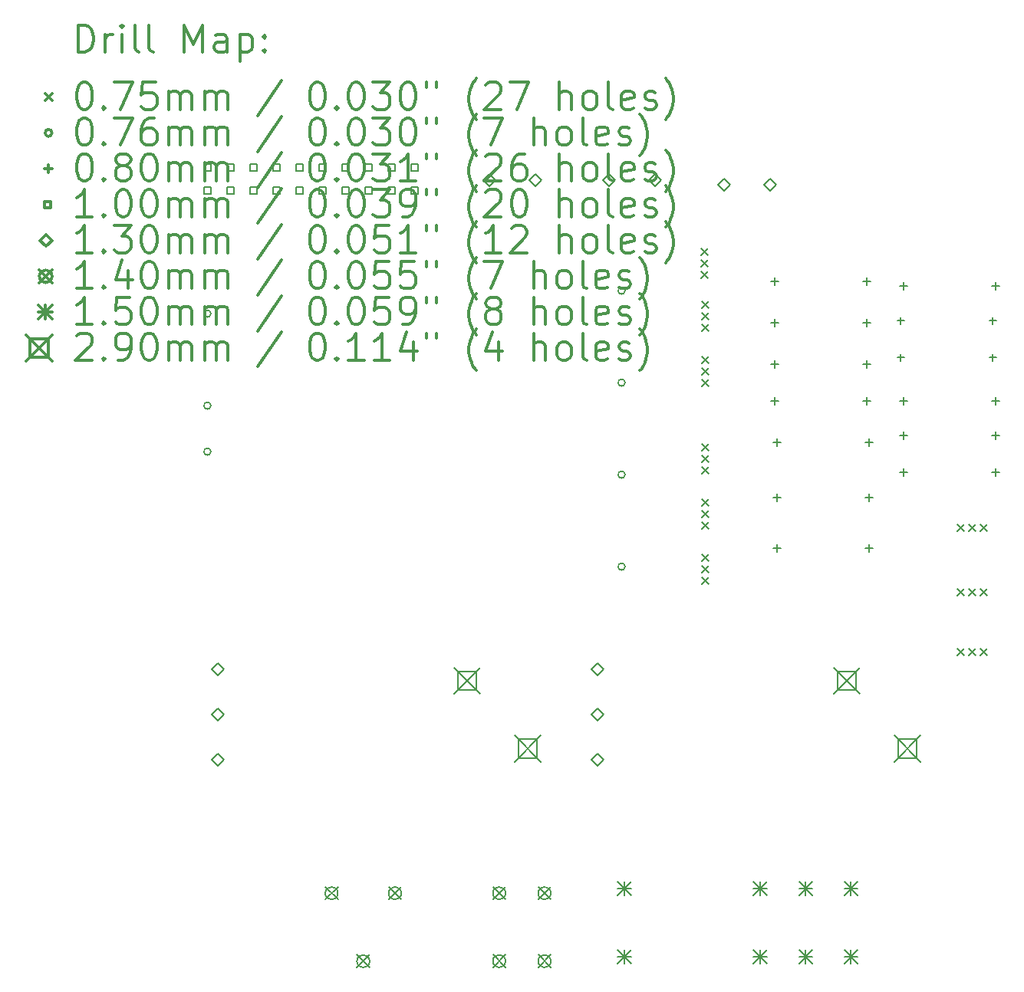
<source format=gbr>
%FSLAX45Y45*%
G04 Gerber Fmt 4.5, Leading zero omitted, Abs format (unit mm)*
G04 Created by KiCad (PCBNEW (5.1.6)-1) date 2021-11-09 13:55:55*
%MOMM*%
%LPD*%
G01*
G04 APERTURE LIST*
%ADD10C,0.200000*%
%ADD11C,0.300000*%
G04 APERTURE END LIST*
D10*
X10122500Y-5677500D02*
X10197500Y-5752500D01*
X10197500Y-5677500D02*
X10122500Y-5752500D01*
X7176100Y-3213700D02*
X7251100Y-3288700D01*
X7251100Y-3213700D02*
X7176100Y-3288700D01*
X7176100Y-3340700D02*
X7251100Y-3415700D01*
X7251100Y-3340700D02*
X7176100Y-3415700D01*
X7176100Y-3467700D02*
X7251100Y-3542700D01*
X7251100Y-3467700D02*
X7176100Y-3542700D01*
X7176100Y-3823300D02*
X7251100Y-3898300D01*
X7251100Y-3823300D02*
X7176100Y-3898300D01*
X7176100Y-3950300D02*
X7251100Y-4025300D01*
X7251100Y-3950300D02*
X7176100Y-4025300D01*
X7176100Y-4077300D02*
X7251100Y-4152300D01*
X7251100Y-4077300D02*
X7176100Y-4152300D01*
X9995500Y-7049100D02*
X10070500Y-7124100D01*
X10070500Y-7049100D02*
X9995500Y-7124100D01*
X10122500Y-7049100D02*
X10197500Y-7124100D01*
X10197500Y-7049100D02*
X10122500Y-7124100D01*
X10249500Y-7049100D02*
X10324500Y-7124100D01*
X10324500Y-7049100D02*
X10249500Y-7124100D01*
X7176100Y-4788500D02*
X7251100Y-4863500D01*
X7251100Y-4788500D02*
X7176100Y-4863500D01*
X7176100Y-4915500D02*
X7251100Y-4990500D01*
X7251100Y-4915500D02*
X7176100Y-4990500D01*
X7176100Y-5042500D02*
X7251100Y-5117500D01*
X7251100Y-5042500D02*
X7176100Y-5117500D01*
X7176100Y-6007700D02*
X7251100Y-6082700D01*
X7251100Y-6007700D02*
X7176100Y-6082700D01*
X7176100Y-6134700D02*
X7251100Y-6209700D01*
X7251100Y-6134700D02*
X7176100Y-6209700D01*
X7176100Y-6261700D02*
X7251100Y-6336700D01*
X7251100Y-6261700D02*
X7176100Y-6336700D01*
X7163400Y-2629500D02*
X7238400Y-2704500D01*
X7238400Y-2629500D02*
X7163400Y-2704500D01*
X7163400Y-2756500D02*
X7238400Y-2831500D01*
X7238400Y-2756500D02*
X7163400Y-2831500D01*
X7163400Y-2883500D02*
X7238400Y-2958500D01*
X7238400Y-2883500D02*
X7163400Y-2958500D01*
X9995500Y-5677500D02*
X10070500Y-5752500D01*
X10070500Y-5677500D02*
X9995500Y-5752500D01*
X10249500Y-5677500D02*
X10324500Y-5752500D01*
X10324500Y-5677500D02*
X10249500Y-5752500D01*
X9995500Y-6388700D02*
X10070500Y-6463700D01*
X10070500Y-6388700D02*
X9995500Y-6463700D01*
X10122500Y-6388700D02*
X10197500Y-6463700D01*
X10197500Y-6388700D02*
X10122500Y-6463700D01*
X10249500Y-6388700D02*
X10324500Y-6463700D01*
X10324500Y-6388700D02*
X10249500Y-6463700D01*
X7176100Y-5398100D02*
X7251100Y-5473100D01*
X7251100Y-5398100D02*
X7176100Y-5473100D01*
X7176100Y-5525100D02*
X7251100Y-5600100D01*
X7251100Y-5525100D02*
X7176100Y-5600100D01*
X7176100Y-5652100D02*
X7251100Y-5727100D01*
X7251100Y-5652100D02*
X7176100Y-5727100D01*
X1752600Y-3352800D02*
G75*
G03*
X1752600Y-3352800I-38100J0D01*
G01*
X1752600Y-4368800D02*
G75*
G03*
X1752600Y-4368800I-38100J0D01*
G01*
X1752600Y-4876800D02*
G75*
G03*
X1752600Y-4876800I-38100J0D01*
G01*
X6324600Y-3098800D02*
G75*
G03*
X6324600Y-3098800I-38100J0D01*
G01*
X6324600Y-4114800D02*
G75*
G03*
X6324600Y-4114800I-38100J0D01*
G01*
X6324600Y-5130800D02*
G75*
G03*
X6324600Y-5130800I-38100J0D01*
G01*
X6324600Y-6146800D02*
G75*
G03*
X6324600Y-6146800I-38100J0D01*
G01*
X8001000Y-4735200D02*
X8001000Y-4815200D01*
X7961000Y-4775200D02*
X8041000Y-4775200D01*
X9017000Y-4735200D02*
X9017000Y-4815200D01*
X8977000Y-4775200D02*
X9057000Y-4775200D01*
X9368600Y-3391600D02*
X9368600Y-3471600D01*
X9328600Y-3431600D02*
X9408600Y-3431600D01*
X10384600Y-3391600D02*
X10384600Y-3471600D01*
X10344600Y-3431600D02*
X10424600Y-3431600D01*
X7975600Y-3871600D02*
X7975600Y-3951600D01*
X7935600Y-3911600D02*
X8015600Y-3911600D01*
X8991600Y-3871600D02*
X8991600Y-3951600D01*
X8951600Y-3911600D02*
X9031600Y-3911600D01*
X9398000Y-3008000D02*
X9398000Y-3088000D01*
X9358000Y-3048000D02*
X9438000Y-3048000D01*
X10414000Y-3008000D02*
X10414000Y-3088000D01*
X10374000Y-3048000D02*
X10454000Y-3048000D01*
X7975600Y-4278000D02*
X7975600Y-4358000D01*
X7935600Y-4318000D02*
X8015600Y-4318000D01*
X8991600Y-4278000D02*
X8991600Y-4358000D01*
X8951600Y-4318000D02*
X9031600Y-4318000D01*
X9368600Y-3796600D02*
X9368600Y-3876600D01*
X9328600Y-3836600D02*
X9408600Y-3836600D01*
X10384600Y-3796600D02*
X10384600Y-3876600D01*
X10344600Y-3836600D02*
X10424600Y-3836600D01*
X9397800Y-5062200D02*
X9397800Y-5142200D01*
X9357800Y-5102200D02*
X9437800Y-5102200D01*
X10413800Y-5062200D02*
X10413800Y-5142200D01*
X10373800Y-5102200D02*
X10453800Y-5102200D01*
X9398000Y-4278000D02*
X9398000Y-4358000D01*
X9358000Y-4318000D02*
X9438000Y-4318000D01*
X10414000Y-4278000D02*
X10414000Y-4358000D01*
X10374000Y-4318000D02*
X10454000Y-4318000D01*
X8001000Y-5903600D02*
X8001000Y-5983600D01*
X7961000Y-5943600D02*
X8041000Y-5943600D01*
X9017000Y-5903600D02*
X9017000Y-5983600D01*
X8977000Y-5943600D02*
X9057000Y-5943600D01*
X7975600Y-2957200D02*
X7975600Y-3037200D01*
X7935600Y-2997200D02*
X8015600Y-2997200D01*
X8991600Y-2957200D02*
X8991600Y-3037200D01*
X8951600Y-2997200D02*
X9031600Y-2997200D01*
X9397800Y-4657200D02*
X9397800Y-4737200D01*
X9357800Y-4697200D02*
X9437800Y-4697200D01*
X10413800Y-4657200D02*
X10413800Y-4737200D01*
X10373800Y-4697200D02*
X10453800Y-4697200D01*
X7975600Y-3414400D02*
X7975600Y-3494400D01*
X7935600Y-3454400D02*
X8015600Y-3454400D01*
X8991600Y-3414400D02*
X8991600Y-3494400D01*
X8951600Y-3454400D02*
X9031600Y-3454400D01*
X8001000Y-5344800D02*
X8001000Y-5424800D01*
X7961000Y-5384800D02*
X8041000Y-5384800D01*
X9017000Y-5344800D02*
X9017000Y-5424800D01*
X8977000Y-5384800D02*
X9057000Y-5384800D01*
X1749856Y-1775256D02*
X1749856Y-1704544D01*
X1679144Y-1704544D01*
X1679144Y-1775256D01*
X1749856Y-1775256D01*
X1749856Y-2029256D02*
X1749856Y-1958544D01*
X1679144Y-1958544D01*
X1679144Y-2029256D01*
X1749856Y-2029256D01*
X2003856Y-1775256D02*
X2003856Y-1704544D01*
X1933144Y-1704544D01*
X1933144Y-1775256D01*
X2003856Y-1775256D01*
X2003856Y-2029256D02*
X2003856Y-1958544D01*
X1933144Y-1958544D01*
X1933144Y-2029256D01*
X2003856Y-2029256D01*
X2257856Y-1775256D02*
X2257856Y-1704544D01*
X2187144Y-1704544D01*
X2187144Y-1775256D01*
X2257856Y-1775256D01*
X2257856Y-2029256D02*
X2257856Y-1958544D01*
X2187144Y-1958544D01*
X2187144Y-2029256D01*
X2257856Y-2029256D01*
X2511856Y-1775256D02*
X2511856Y-1704544D01*
X2441144Y-1704544D01*
X2441144Y-1775256D01*
X2511856Y-1775256D01*
X2511856Y-2029256D02*
X2511856Y-1958544D01*
X2441144Y-1958544D01*
X2441144Y-2029256D01*
X2511856Y-2029256D01*
X2765856Y-1775256D02*
X2765856Y-1704544D01*
X2695144Y-1704544D01*
X2695144Y-1775256D01*
X2765856Y-1775256D01*
X2765856Y-2029256D02*
X2765856Y-1958544D01*
X2695144Y-1958544D01*
X2695144Y-2029256D01*
X2765856Y-2029256D01*
X3019856Y-1775256D02*
X3019856Y-1704544D01*
X2949144Y-1704544D01*
X2949144Y-1775256D01*
X3019856Y-1775256D01*
X3019856Y-2029256D02*
X3019856Y-1958544D01*
X2949144Y-1958544D01*
X2949144Y-2029256D01*
X3019856Y-2029256D01*
X3273856Y-1775256D02*
X3273856Y-1704544D01*
X3203144Y-1704544D01*
X3203144Y-1775256D01*
X3273856Y-1775256D01*
X3273856Y-2029256D02*
X3273856Y-1958544D01*
X3203144Y-1958544D01*
X3203144Y-2029256D01*
X3273856Y-2029256D01*
X3527856Y-1775256D02*
X3527856Y-1704544D01*
X3457144Y-1704544D01*
X3457144Y-1775256D01*
X3527856Y-1775256D01*
X3527856Y-2029256D02*
X3527856Y-1958544D01*
X3457144Y-1958544D01*
X3457144Y-2029256D01*
X3527856Y-2029256D01*
X3781856Y-1775256D02*
X3781856Y-1704544D01*
X3711144Y-1704544D01*
X3711144Y-1775256D01*
X3781856Y-1775256D01*
X3781856Y-2029256D02*
X3781856Y-1958544D01*
X3711144Y-1958544D01*
X3711144Y-2029256D01*
X3781856Y-2029256D01*
X4035856Y-1775256D02*
X4035856Y-1704544D01*
X3965144Y-1704544D01*
X3965144Y-1775256D01*
X4035856Y-1775256D01*
X4035856Y-2029256D02*
X4035856Y-1958544D01*
X3965144Y-1958544D01*
X3965144Y-2029256D01*
X4035856Y-2029256D01*
X7416800Y-1995400D02*
X7481800Y-1930400D01*
X7416800Y-1865400D01*
X7351800Y-1930400D01*
X7416800Y-1995400D01*
X7924800Y-1995400D02*
X7989800Y-1930400D01*
X7924800Y-1865400D01*
X7859800Y-1930400D01*
X7924800Y-1995400D01*
X4826000Y-1944600D02*
X4891000Y-1879600D01*
X4826000Y-1814600D01*
X4761000Y-1879600D01*
X4826000Y-1944600D01*
X5334000Y-1944600D02*
X5399000Y-1879600D01*
X5334000Y-1814600D01*
X5269000Y-1879600D01*
X5334000Y-1944600D01*
X6019800Y-7345400D02*
X6084800Y-7280400D01*
X6019800Y-7215400D01*
X5954800Y-7280400D01*
X6019800Y-7345400D01*
X6019800Y-7845400D02*
X6084800Y-7780400D01*
X6019800Y-7715400D01*
X5954800Y-7780400D01*
X6019800Y-7845400D01*
X6019800Y-8345400D02*
X6084800Y-8280400D01*
X6019800Y-8215400D01*
X5954800Y-8280400D01*
X6019800Y-8345400D01*
X6146800Y-1944600D02*
X6211800Y-1879600D01*
X6146800Y-1814600D01*
X6081800Y-1879600D01*
X6146800Y-1944600D01*
X6654800Y-1944600D02*
X6719800Y-1879600D01*
X6654800Y-1814600D01*
X6589800Y-1879600D01*
X6654800Y-1944600D01*
X1828800Y-7345400D02*
X1893800Y-7280400D01*
X1828800Y-7215400D01*
X1763800Y-7280400D01*
X1828800Y-7345400D01*
X1828800Y-7845400D02*
X1893800Y-7780400D01*
X1828800Y-7715400D01*
X1763800Y-7780400D01*
X1828800Y-7845400D01*
X1828800Y-8345400D02*
X1893800Y-8280400D01*
X1828800Y-8215400D01*
X1763800Y-8280400D01*
X1828800Y-8345400D01*
X3015600Y-9683600D02*
X3155600Y-9823600D01*
X3155600Y-9683600D02*
X3015600Y-9823600D01*
X3155600Y-9753600D02*
G75*
G03*
X3155600Y-9753600I-70000J0D01*
G01*
X3365600Y-10433600D02*
X3505600Y-10573600D01*
X3505600Y-10433600D02*
X3365600Y-10573600D01*
X3505600Y-10503600D02*
G75*
G03*
X3505600Y-10503600I-70000J0D01*
G01*
X3715600Y-9683600D02*
X3855600Y-9823600D01*
X3855600Y-9683600D02*
X3715600Y-9823600D01*
X3855600Y-9753600D02*
G75*
G03*
X3855600Y-9753600I-70000J0D01*
G01*
X4865600Y-9683600D02*
X5005600Y-9823600D01*
X5005600Y-9683600D02*
X4865600Y-9823600D01*
X5005600Y-9753600D02*
G75*
G03*
X5005600Y-9753600I-70000J0D01*
G01*
X4865600Y-10433600D02*
X5005600Y-10573600D01*
X5005600Y-10433600D02*
X4865600Y-10573600D01*
X5005600Y-10503600D02*
G75*
G03*
X5005600Y-10503600I-70000J0D01*
G01*
X5365600Y-9683600D02*
X5505600Y-9823600D01*
X5505600Y-9683600D02*
X5365600Y-9823600D01*
X5505600Y-9753600D02*
G75*
G03*
X5505600Y-9753600I-70000J0D01*
G01*
X5365600Y-10433600D02*
X5505600Y-10573600D01*
X5505600Y-10433600D02*
X5365600Y-10573600D01*
X5505600Y-10503600D02*
G75*
G03*
X5505600Y-10503600I-70000J0D01*
G01*
X6244200Y-9629200D02*
X6394200Y-9779200D01*
X6394200Y-9629200D02*
X6244200Y-9779200D01*
X6319200Y-9629200D02*
X6319200Y-9779200D01*
X6244200Y-9704200D02*
X6394200Y-9704200D01*
X6244200Y-10379200D02*
X6394200Y-10529200D01*
X6394200Y-10379200D02*
X6244200Y-10529200D01*
X6319200Y-10379200D02*
X6319200Y-10529200D01*
X6244200Y-10454200D02*
X6394200Y-10454200D01*
X7744200Y-9629200D02*
X7894200Y-9779200D01*
X7894200Y-9629200D02*
X7744200Y-9779200D01*
X7819200Y-9629200D02*
X7819200Y-9779200D01*
X7744200Y-9704200D02*
X7894200Y-9704200D01*
X7744200Y-10379200D02*
X7894200Y-10529200D01*
X7894200Y-10379200D02*
X7744200Y-10529200D01*
X7819200Y-10379200D02*
X7819200Y-10529200D01*
X7744200Y-10454200D02*
X7894200Y-10454200D01*
X8244200Y-9629200D02*
X8394200Y-9779200D01*
X8394200Y-9629200D02*
X8244200Y-9779200D01*
X8319200Y-9629200D02*
X8319200Y-9779200D01*
X8244200Y-9704200D02*
X8394200Y-9704200D01*
X8244200Y-10379200D02*
X8394200Y-10529200D01*
X8394200Y-10379200D02*
X8244200Y-10529200D01*
X8319200Y-10379200D02*
X8319200Y-10529200D01*
X8244200Y-10454200D02*
X8394200Y-10454200D01*
X8744200Y-9629200D02*
X8894200Y-9779200D01*
X8894200Y-9629200D02*
X8744200Y-9779200D01*
X8819200Y-9629200D02*
X8819200Y-9779200D01*
X8744200Y-9704200D02*
X8894200Y-9704200D01*
X8744200Y-10379200D02*
X8894200Y-10529200D01*
X8894200Y-10379200D02*
X8744200Y-10529200D01*
X8819200Y-10379200D02*
X8819200Y-10529200D01*
X8744200Y-10454200D02*
X8894200Y-10454200D01*
X8624800Y-7260400D02*
X8914800Y-7550400D01*
X8914800Y-7260400D02*
X8624800Y-7550400D01*
X8872332Y-7507931D02*
X8872332Y-7302868D01*
X8667269Y-7302868D01*
X8667269Y-7507931D01*
X8872332Y-7507931D01*
X9299800Y-8010400D02*
X9589800Y-8300400D01*
X9589800Y-8010400D02*
X9299800Y-8300400D01*
X9547332Y-8257931D02*
X9547332Y-8052868D01*
X9342269Y-8052868D01*
X9342269Y-8257931D01*
X9547332Y-8257931D01*
X4433800Y-7260400D02*
X4723800Y-7550400D01*
X4723800Y-7260400D02*
X4433800Y-7550400D01*
X4681332Y-7507931D02*
X4681332Y-7302868D01*
X4476269Y-7302868D01*
X4476269Y-7507931D01*
X4681332Y-7507931D01*
X5108800Y-8010400D02*
X5398800Y-8300400D01*
X5398800Y-8010400D02*
X5108800Y-8300400D01*
X5356332Y-8257931D02*
X5356332Y-8052868D01*
X5151269Y-8052868D01*
X5151269Y-8257931D01*
X5356332Y-8257931D01*
D11*
X286429Y-465714D02*
X286429Y-165714D01*
X357857Y-165714D01*
X400714Y-180000D01*
X429286Y-208571D01*
X443571Y-237143D01*
X457857Y-294286D01*
X457857Y-337143D01*
X443571Y-394286D01*
X429286Y-422857D01*
X400714Y-451428D01*
X357857Y-465714D01*
X286429Y-465714D01*
X586429Y-465714D02*
X586429Y-265714D01*
X586429Y-322857D02*
X600714Y-294286D01*
X615000Y-280000D01*
X643571Y-265714D01*
X672143Y-265714D01*
X772143Y-465714D02*
X772143Y-265714D01*
X772143Y-165714D02*
X757857Y-180000D01*
X772143Y-194286D01*
X786428Y-180000D01*
X772143Y-165714D01*
X772143Y-194286D01*
X957857Y-465714D02*
X929286Y-451428D01*
X915000Y-422857D01*
X915000Y-165714D01*
X1115000Y-465714D02*
X1086429Y-451428D01*
X1072143Y-422857D01*
X1072143Y-165714D01*
X1457857Y-465714D02*
X1457857Y-165714D01*
X1557857Y-380000D01*
X1657857Y-165714D01*
X1657857Y-465714D01*
X1929286Y-465714D02*
X1929286Y-308571D01*
X1915000Y-280000D01*
X1886428Y-265714D01*
X1829286Y-265714D01*
X1800714Y-280000D01*
X1929286Y-451428D02*
X1900714Y-465714D01*
X1829286Y-465714D01*
X1800714Y-451428D01*
X1786428Y-422857D01*
X1786428Y-394286D01*
X1800714Y-365714D01*
X1829286Y-351428D01*
X1900714Y-351428D01*
X1929286Y-337143D01*
X2072143Y-265714D02*
X2072143Y-565714D01*
X2072143Y-280000D02*
X2100714Y-265714D01*
X2157857Y-265714D01*
X2186429Y-280000D01*
X2200714Y-294286D01*
X2215000Y-322857D01*
X2215000Y-408571D01*
X2200714Y-437143D01*
X2186429Y-451428D01*
X2157857Y-465714D01*
X2100714Y-465714D01*
X2072143Y-451428D01*
X2343571Y-437143D02*
X2357857Y-451428D01*
X2343571Y-465714D01*
X2329286Y-451428D01*
X2343571Y-437143D01*
X2343571Y-465714D01*
X2343571Y-280000D02*
X2357857Y-294286D01*
X2343571Y-308571D01*
X2329286Y-294286D01*
X2343571Y-280000D01*
X2343571Y-308571D01*
X-75000Y-922500D02*
X0Y-997500D01*
X0Y-922500D02*
X-75000Y-997500D01*
X343571Y-795714D02*
X372143Y-795714D01*
X400714Y-810000D01*
X415000Y-824286D01*
X429286Y-852857D01*
X443571Y-910000D01*
X443571Y-981428D01*
X429286Y-1038571D01*
X415000Y-1067143D01*
X400714Y-1081429D01*
X372143Y-1095714D01*
X343571Y-1095714D01*
X315000Y-1081429D01*
X300714Y-1067143D01*
X286429Y-1038571D01*
X272143Y-981428D01*
X272143Y-910000D01*
X286429Y-852857D01*
X300714Y-824286D01*
X315000Y-810000D01*
X343571Y-795714D01*
X572143Y-1067143D02*
X586429Y-1081429D01*
X572143Y-1095714D01*
X557857Y-1081429D01*
X572143Y-1067143D01*
X572143Y-1095714D01*
X686429Y-795714D02*
X886428Y-795714D01*
X757857Y-1095714D01*
X1143571Y-795714D02*
X1000714Y-795714D01*
X986428Y-938571D01*
X1000714Y-924286D01*
X1029286Y-910000D01*
X1100714Y-910000D01*
X1129286Y-924286D01*
X1143571Y-938571D01*
X1157857Y-967143D01*
X1157857Y-1038571D01*
X1143571Y-1067143D01*
X1129286Y-1081429D01*
X1100714Y-1095714D01*
X1029286Y-1095714D01*
X1000714Y-1081429D01*
X986428Y-1067143D01*
X1286429Y-1095714D02*
X1286429Y-895714D01*
X1286429Y-924286D02*
X1300714Y-910000D01*
X1329286Y-895714D01*
X1372143Y-895714D01*
X1400714Y-910000D01*
X1415000Y-938571D01*
X1415000Y-1095714D01*
X1415000Y-938571D02*
X1429286Y-910000D01*
X1457857Y-895714D01*
X1500714Y-895714D01*
X1529286Y-910000D01*
X1543571Y-938571D01*
X1543571Y-1095714D01*
X1686428Y-1095714D02*
X1686428Y-895714D01*
X1686428Y-924286D02*
X1700714Y-910000D01*
X1729286Y-895714D01*
X1772143Y-895714D01*
X1800714Y-910000D01*
X1815000Y-938571D01*
X1815000Y-1095714D01*
X1815000Y-938571D02*
X1829286Y-910000D01*
X1857857Y-895714D01*
X1900714Y-895714D01*
X1929286Y-910000D01*
X1943571Y-938571D01*
X1943571Y-1095714D01*
X2529286Y-781428D02*
X2272143Y-1167143D01*
X2915000Y-795714D02*
X2943571Y-795714D01*
X2972143Y-810000D01*
X2986428Y-824286D01*
X3000714Y-852857D01*
X3015000Y-910000D01*
X3015000Y-981428D01*
X3000714Y-1038571D01*
X2986428Y-1067143D01*
X2972143Y-1081429D01*
X2943571Y-1095714D01*
X2915000Y-1095714D01*
X2886428Y-1081429D01*
X2872143Y-1067143D01*
X2857857Y-1038571D01*
X2843571Y-981428D01*
X2843571Y-910000D01*
X2857857Y-852857D01*
X2872143Y-824286D01*
X2886428Y-810000D01*
X2915000Y-795714D01*
X3143571Y-1067143D02*
X3157857Y-1081429D01*
X3143571Y-1095714D01*
X3129286Y-1081429D01*
X3143571Y-1067143D01*
X3143571Y-1095714D01*
X3343571Y-795714D02*
X3372143Y-795714D01*
X3400714Y-810000D01*
X3415000Y-824286D01*
X3429286Y-852857D01*
X3443571Y-910000D01*
X3443571Y-981428D01*
X3429286Y-1038571D01*
X3415000Y-1067143D01*
X3400714Y-1081429D01*
X3372143Y-1095714D01*
X3343571Y-1095714D01*
X3315000Y-1081429D01*
X3300714Y-1067143D01*
X3286428Y-1038571D01*
X3272143Y-981428D01*
X3272143Y-910000D01*
X3286428Y-852857D01*
X3300714Y-824286D01*
X3315000Y-810000D01*
X3343571Y-795714D01*
X3543571Y-795714D02*
X3729286Y-795714D01*
X3629286Y-910000D01*
X3672143Y-910000D01*
X3700714Y-924286D01*
X3715000Y-938571D01*
X3729286Y-967143D01*
X3729286Y-1038571D01*
X3715000Y-1067143D01*
X3700714Y-1081429D01*
X3672143Y-1095714D01*
X3586428Y-1095714D01*
X3557857Y-1081429D01*
X3543571Y-1067143D01*
X3915000Y-795714D02*
X3943571Y-795714D01*
X3972143Y-810000D01*
X3986428Y-824286D01*
X4000714Y-852857D01*
X4015000Y-910000D01*
X4015000Y-981428D01*
X4000714Y-1038571D01*
X3986428Y-1067143D01*
X3972143Y-1081429D01*
X3943571Y-1095714D01*
X3915000Y-1095714D01*
X3886428Y-1081429D01*
X3872143Y-1067143D01*
X3857857Y-1038571D01*
X3843571Y-981428D01*
X3843571Y-910000D01*
X3857857Y-852857D01*
X3872143Y-824286D01*
X3886428Y-810000D01*
X3915000Y-795714D01*
X4129286Y-795714D02*
X4129286Y-852857D01*
X4243571Y-795714D02*
X4243571Y-852857D01*
X4686429Y-1210000D02*
X4672143Y-1195714D01*
X4643571Y-1152857D01*
X4629286Y-1124286D01*
X4615000Y-1081429D01*
X4600714Y-1010000D01*
X4600714Y-952857D01*
X4615000Y-881428D01*
X4629286Y-838571D01*
X4643571Y-810000D01*
X4672143Y-767143D01*
X4686429Y-752857D01*
X4786429Y-824286D02*
X4800714Y-810000D01*
X4829286Y-795714D01*
X4900714Y-795714D01*
X4929286Y-810000D01*
X4943571Y-824286D01*
X4957857Y-852857D01*
X4957857Y-881428D01*
X4943571Y-924286D01*
X4772143Y-1095714D01*
X4957857Y-1095714D01*
X5057857Y-795714D02*
X5257857Y-795714D01*
X5129286Y-1095714D01*
X5600714Y-1095714D02*
X5600714Y-795714D01*
X5729286Y-1095714D02*
X5729286Y-938571D01*
X5715000Y-910000D01*
X5686428Y-895714D01*
X5643571Y-895714D01*
X5615000Y-910000D01*
X5600714Y-924286D01*
X5915000Y-1095714D02*
X5886428Y-1081429D01*
X5872143Y-1067143D01*
X5857857Y-1038571D01*
X5857857Y-952857D01*
X5872143Y-924286D01*
X5886428Y-910000D01*
X5915000Y-895714D01*
X5957857Y-895714D01*
X5986428Y-910000D01*
X6000714Y-924286D01*
X6015000Y-952857D01*
X6015000Y-1038571D01*
X6000714Y-1067143D01*
X5986428Y-1081429D01*
X5957857Y-1095714D01*
X5915000Y-1095714D01*
X6186428Y-1095714D02*
X6157857Y-1081429D01*
X6143571Y-1052857D01*
X6143571Y-795714D01*
X6415000Y-1081429D02*
X6386428Y-1095714D01*
X6329286Y-1095714D01*
X6300714Y-1081429D01*
X6286428Y-1052857D01*
X6286428Y-938571D01*
X6300714Y-910000D01*
X6329286Y-895714D01*
X6386428Y-895714D01*
X6415000Y-910000D01*
X6429286Y-938571D01*
X6429286Y-967143D01*
X6286428Y-995714D01*
X6543571Y-1081429D02*
X6572143Y-1095714D01*
X6629286Y-1095714D01*
X6657857Y-1081429D01*
X6672143Y-1052857D01*
X6672143Y-1038571D01*
X6657857Y-1010000D01*
X6629286Y-995714D01*
X6586428Y-995714D01*
X6557857Y-981428D01*
X6543571Y-952857D01*
X6543571Y-938571D01*
X6557857Y-910000D01*
X6586428Y-895714D01*
X6629286Y-895714D01*
X6657857Y-910000D01*
X6772143Y-1210000D02*
X6786428Y-1195714D01*
X6815000Y-1152857D01*
X6829286Y-1124286D01*
X6843571Y-1081429D01*
X6857857Y-1010000D01*
X6857857Y-952857D01*
X6843571Y-881428D01*
X6829286Y-838571D01*
X6815000Y-810000D01*
X6786428Y-767143D01*
X6772143Y-752857D01*
X0Y-1356000D02*
G75*
G03*
X0Y-1356000I-38100J0D01*
G01*
X343571Y-1191714D02*
X372143Y-1191714D01*
X400714Y-1206000D01*
X415000Y-1220286D01*
X429286Y-1248857D01*
X443571Y-1306000D01*
X443571Y-1377429D01*
X429286Y-1434571D01*
X415000Y-1463143D01*
X400714Y-1477428D01*
X372143Y-1491714D01*
X343571Y-1491714D01*
X315000Y-1477428D01*
X300714Y-1463143D01*
X286429Y-1434571D01*
X272143Y-1377429D01*
X272143Y-1306000D01*
X286429Y-1248857D01*
X300714Y-1220286D01*
X315000Y-1206000D01*
X343571Y-1191714D01*
X572143Y-1463143D02*
X586429Y-1477428D01*
X572143Y-1491714D01*
X557857Y-1477428D01*
X572143Y-1463143D01*
X572143Y-1491714D01*
X686429Y-1191714D02*
X886428Y-1191714D01*
X757857Y-1491714D01*
X1129286Y-1191714D02*
X1072143Y-1191714D01*
X1043571Y-1206000D01*
X1029286Y-1220286D01*
X1000714Y-1263143D01*
X986428Y-1320286D01*
X986428Y-1434571D01*
X1000714Y-1463143D01*
X1015000Y-1477428D01*
X1043571Y-1491714D01*
X1100714Y-1491714D01*
X1129286Y-1477428D01*
X1143571Y-1463143D01*
X1157857Y-1434571D01*
X1157857Y-1363143D01*
X1143571Y-1334571D01*
X1129286Y-1320286D01*
X1100714Y-1306000D01*
X1043571Y-1306000D01*
X1015000Y-1320286D01*
X1000714Y-1334571D01*
X986428Y-1363143D01*
X1286429Y-1491714D02*
X1286429Y-1291714D01*
X1286429Y-1320286D02*
X1300714Y-1306000D01*
X1329286Y-1291714D01*
X1372143Y-1291714D01*
X1400714Y-1306000D01*
X1415000Y-1334571D01*
X1415000Y-1491714D01*
X1415000Y-1334571D02*
X1429286Y-1306000D01*
X1457857Y-1291714D01*
X1500714Y-1291714D01*
X1529286Y-1306000D01*
X1543571Y-1334571D01*
X1543571Y-1491714D01*
X1686428Y-1491714D02*
X1686428Y-1291714D01*
X1686428Y-1320286D02*
X1700714Y-1306000D01*
X1729286Y-1291714D01*
X1772143Y-1291714D01*
X1800714Y-1306000D01*
X1815000Y-1334571D01*
X1815000Y-1491714D01*
X1815000Y-1334571D02*
X1829286Y-1306000D01*
X1857857Y-1291714D01*
X1900714Y-1291714D01*
X1929286Y-1306000D01*
X1943571Y-1334571D01*
X1943571Y-1491714D01*
X2529286Y-1177429D02*
X2272143Y-1563143D01*
X2915000Y-1191714D02*
X2943571Y-1191714D01*
X2972143Y-1206000D01*
X2986428Y-1220286D01*
X3000714Y-1248857D01*
X3015000Y-1306000D01*
X3015000Y-1377429D01*
X3000714Y-1434571D01*
X2986428Y-1463143D01*
X2972143Y-1477428D01*
X2943571Y-1491714D01*
X2915000Y-1491714D01*
X2886428Y-1477428D01*
X2872143Y-1463143D01*
X2857857Y-1434571D01*
X2843571Y-1377429D01*
X2843571Y-1306000D01*
X2857857Y-1248857D01*
X2872143Y-1220286D01*
X2886428Y-1206000D01*
X2915000Y-1191714D01*
X3143571Y-1463143D02*
X3157857Y-1477428D01*
X3143571Y-1491714D01*
X3129286Y-1477428D01*
X3143571Y-1463143D01*
X3143571Y-1491714D01*
X3343571Y-1191714D02*
X3372143Y-1191714D01*
X3400714Y-1206000D01*
X3415000Y-1220286D01*
X3429286Y-1248857D01*
X3443571Y-1306000D01*
X3443571Y-1377429D01*
X3429286Y-1434571D01*
X3415000Y-1463143D01*
X3400714Y-1477428D01*
X3372143Y-1491714D01*
X3343571Y-1491714D01*
X3315000Y-1477428D01*
X3300714Y-1463143D01*
X3286428Y-1434571D01*
X3272143Y-1377429D01*
X3272143Y-1306000D01*
X3286428Y-1248857D01*
X3300714Y-1220286D01*
X3315000Y-1206000D01*
X3343571Y-1191714D01*
X3543571Y-1191714D02*
X3729286Y-1191714D01*
X3629286Y-1306000D01*
X3672143Y-1306000D01*
X3700714Y-1320286D01*
X3715000Y-1334571D01*
X3729286Y-1363143D01*
X3729286Y-1434571D01*
X3715000Y-1463143D01*
X3700714Y-1477428D01*
X3672143Y-1491714D01*
X3586428Y-1491714D01*
X3557857Y-1477428D01*
X3543571Y-1463143D01*
X3915000Y-1191714D02*
X3943571Y-1191714D01*
X3972143Y-1206000D01*
X3986428Y-1220286D01*
X4000714Y-1248857D01*
X4015000Y-1306000D01*
X4015000Y-1377429D01*
X4000714Y-1434571D01*
X3986428Y-1463143D01*
X3972143Y-1477428D01*
X3943571Y-1491714D01*
X3915000Y-1491714D01*
X3886428Y-1477428D01*
X3872143Y-1463143D01*
X3857857Y-1434571D01*
X3843571Y-1377429D01*
X3843571Y-1306000D01*
X3857857Y-1248857D01*
X3872143Y-1220286D01*
X3886428Y-1206000D01*
X3915000Y-1191714D01*
X4129286Y-1191714D02*
X4129286Y-1248857D01*
X4243571Y-1191714D02*
X4243571Y-1248857D01*
X4686429Y-1606000D02*
X4672143Y-1591714D01*
X4643571Y-1548857D01*
X4629286Y-1520286D01*
X4615000Y-1477428D01*
X4600714Y-1406000D01*
X4600714Y-1348857D01*
X4615000Y-1277429D01*
X4629286Y-1234571D01*
X4643571Y-1206000D01*
X4672143Y-1163143D01*
X4686429Y-1148857D01*
X4772143Y-1191714D02*
X4972143Y-1191714D01*
X4843571Y-1491714D01*
X5315000Y-1491714D02*
X5315000Y-1191714D01*
X5443571Y-1491714D02*
X5443571Y-1334571D01*
X5429286Y-1306000D01*
X5400714Y-1291714D01*
X5357857Y-1291714D01*
X5329286Y-1306000D01*
X5315000Y-1320286D01*
X5629286Y-1491714D02*
X5600714Y-1477428D01*
X5586429Y-1463143D01*
X5572143Y-1434571D01*
X5572143Y-1348857D01*
X5586429Y-1320286D01*
X5600714Y-1306000D01*
X5629286Y-1291714D01*
X5672143Y-1291714D01*
X5700714Y-1306000D01*
X5715000Y-1320286D01*
X5729286Y-1348857D01*
X5729286Y-1434571D01*
X5715000Y-1463143D01*
X5700714Y-1477428D01*
X5672143Y-1491714D01*
X5629286Y-1491714D01*
X5900714Y-1491714D02*
X5872143Y-1477428D01*
X5857857Y-1448857D01*
X5857857Y-1191714D01*
X6129286Y-1477428D02*
X6100714Y-1491714D01*
X6043571Y-1491714D01*
X6015000Y-1477428D01*
X6000714Y-1448857D01*
X6000714Y-1334571D01*
X6015000Y-1306000D01*
X6043571Y-1291714D01*
X6100714Y-1291714D01*
X6129286Y-1306000D01*
X6143571Y-1334571D01*
X6143571Y-1363143D01*
X6000714Y-1391714D01*
X6257857Y-1477428D02*
X6286428Y-1491714D01*
X6343571Y-1491714D01*
X6372143Y-1477428D01*
X6386428Y-1448857D01*
X6386428Y-1434571D01*
X6372143Y-1406000D01*
X6343571Y-1391714D01*
X6300714Y-1391714D01*
X6272143Y-1377429D01*
X6257857Y-1348857D01*
X6257857Y-1334571D01*
X6272143Y-1306000D01*
X6300714Y-1291714D01*
X6343571Y-1291714D01*
X6372143Y-1306000D01*
X6486428Y-1606000D02*
X6500714Y-1591714D01*
X6529286Y-1548857D01*
X6543571Y-1520286D01*
X6557857Y-1477428D01*
X6572143Y-1406000D01*
X6572143Y-1348857D01*
X6557857Y-1277429D01*
X6543571Y-1234571D01*
X6529286Y-1206000D01*
X6500714Y-1163143D01*
X6486428Y-1148857D01*
X-40000Y-1712000D02*
X-40000Y-1792000D01*
X-80000Y-1752000D02*
X0Y-1752000D01*
X343571Y-1587714D02*
X372143Y-1587714D01*
X400714Y-1602000D01*
X415000Y-1616286D01*
X429286Y-1644857D01*
X443571Y-1702000D01*
X443571Y-1773428D01*
X429286Y-1830571D01*
X415000Y-1859143D01*
X400714Y-1873428D01*
X372143Y-1887714D01*
X343571Y-1887714D01*
X315000Y-1873428D01*
X300714Y-1859143D01*
X286429Y-1830571D01*
X272143Y-1773428D01*
X272143Y-1702000D01*
X286429Y-1644857D01*
X300714Y-1616286D01*
X315000Y-1602000D01*
X343571Y-1587714D01*
X572143Y-1859143D02*
X586429Y-1873428D01*
X572143Y-1887714D01*
X557857Y-1873428D01*
X572143Y-1859143D01*
X572143Y-1887714D01*
X757857Y-1716286D02*
X729286Y-1702000D01*
X715000Y-1687714D01*
X700714Y-1659143D01*
X700714Y-1644857D01*
X715000Y-1616286D01*
X729286Y-1602000D01*
X757857Y-1587714D01*
X815000Y-1587714D01*
X843571Y-1602000D01*
X857857Y-1616286D01*
X872143Y-1644857D01*
X872143Y-1659143D01*
X857857Y-1687714D01*
X843571Y-1702000D01*
X815000Y-1716286D01*
X757857Y-1716286D01*
X729286Y-1730571D01*
X715000Y-1744857D01*
X700714Y-1773428D01*
X700714Y-1830571D01*
X715000Y-1859143D01*
X729286Y-1873428D01*
X757857Y-1887714D01*
X815000Y-1887714D01*
X843571Y-1873428D01*
X857857Y-1859143D01*
X872143Y-1830571D01*
X872143Y-1773428D01*
X857857Y-1744857D01*
X843571Y-1730571D01*
X815000Y-1716286D01*
X1057857Y-1587714D02*
X1086429Y-1587714D01*
X1115000Y-1602000D01*
X1129286Y-1616286D01*
X1143571Y-1644857D01*
X1157857Y-1702000D01*
X1157857Y-1773428D01*
X1143571Y-1830571D01*
X1129286Y-1859143D01*
X1115000Y-1873428D01*
X1086429Y-1887714D01*
X1057857Y-1887714D01*
X1029286Y-1873428D01*
X1015000Y-1859143D01*
X1000714Y-1830571D01*
X986428Y-1773428D01*
X986428Y-1702000D01*
X1000714Y-1644857D01*
X1015000Y-1616286D01*
X1029286Y-1602000D01*
X1057857Y-1587714D01*
X1286429Y-1887714D02*
X1286429Y-1687714D01*
X1286429Y-1716286D02*
X1300714Y-1702000D01*
X1329286Y-1687714D01*
X1372143Y-1687714D01*
X1400714Y-1702000D01*
X1415000Y-1730571D01*
X1415000Y-1887714D01*
X1415000Y-1730571D02*
X1429286Y-1702000D01*
X1457857Y-1687714D01*
X1500714Y-1687714D01*
X1529286Y-1702000D01*
X1543571Y-1730571D01*
X1543571Y-1887714D01*
X1686428Y-1887714D02*
X1686428Y-1687714D01*
X1686428Y-1716286D02*
X1700714Y-1702000D01*
X1729286Y-1687714D01*
X1772143Y-1687714D01*
X1800714Y-1702000D01*
X1815000Y-1730571D01*
X1815000Y-1887714D01*
X1815000Y-1730571D02*
X1829286Y-1702000D01*
X1857857Y-1687714D01*
X1900714Y-1687714D01*
X1929286Y-1702000D01*
X1943571Y-1730571D01*
X1943571Y-1887714D01*
X2529286Y-1573428D02*
X2272143Y-1959143D01*
X2915000Y-1587714D02*
X2943571Y-1587714D01*
X2972143Y-1602000D01*
X2986428Y-1616286D01*
X3000714Y-1644857D01*
X3015000Y-1702000D01*
X3015000Y-1773428D01*
X3000714Y-1830571D01*
X2986428Y-1859143D01*
X2972143Y-1873428D01*
X2943571Y-1887714D01*
X2915000Y-1887714D01*
X2886428Y-1873428D01*
X2872143Y-1859143D01*
X2857857Y-1830571D01*
X2843571Y-1773428D01*
X2843571Y-1702000D01*
X2857857Y-1644857D01*
X2872143Y-1616286D01*
X2886428Y-1602000D01*
X2915000Y-1587714D01*
X3143571Y-1859143D02*
X3157857Y-1873428D01*
X3143571Y-1887714D01*
X3129286Y-1873428D01*
X3143571Y-1859143D01*
X3143571Y-1887714D01*
X3343571Y-1587714D02*
X3372143Y-1587714D01*
X3400714Y-1602000D01*
X3415000Y-1616286D01*
X3429286Y-1644857D01*
X3443571Y-1702000D01*
X3443571Y-1773428D01*
X3429286Y-1830571D01*
X3415000Y-1859143D01*
X3400714Y-1873428D01*
X3372143Y-1887714D01*
X3343571Y-1887714D01*
X3315000Y-1873428D01*
X3300714Y-1859143D01*
X3286428Y-1830571D01*
X3272143Y-1773428D01*
X3272143Y-1702000D01*
X3286428Y-1644857D01*
X3300714Y-1616286D01*
X3315000Y-1602000D01*
X3343571Y-1587714D01*
X3543571Y-1587714D02*
X3729286Y-1587714D01*
X3629286Y-1702000D01*
X3672143Y-1702000D01*
X3700714Y-1716286D01*
X3715000Y-1730571D01*
X3729286Y-1759143D01*
X3729286Y-1830571D01*
X3715000Y-1859143D01*
X3700714Y-1873428D01*
X3672143Y-1887714D01*
X3586428Y-1887714D01*
X3557857Y-1873428D01*
X3543571Y-1859143D01*
X4015000Y-1887714D02*
X3843571Y-1887714D01*
X3929286Y-1887714D02*
X3929286Y-1587714D01*
X3900714Y-1630571D01*
X3872143Y-1659143D01*
X3843571Y-1673428D01*
X4129286Y-1587714D02*
X4129286Y-1644857D01*
X4243571Y-1587714D02*
X4243571Y-1644857D01*
X4686429Y-2002000D02*
X4672143Y-1987714D01*
X4643571Y-1944857D01*
X4629286Y-1916286D01*
X4615000Y-1873428D01*
X4600714Y-1802000D01*
X4600714Y-1744857D01*
X4615000Y-1673428D01*
X4629286Y-1630571D01*
X4643571Y-1602000D01*
X4672143Y-1559143D01*
X4686429Y-1544857D01*
X4786429Y-1616286D02*
X4800714Y-1602000D01*
X4829286Y-1587714D01*
X4900714Y-1587714D01*
X4929286Y-1602000D01*
X4943571Y-1616286D01*
X4957857Y-1644857D01*
X4957857Y-1673428D01*
X4943571Y-1716286D01*
X4772143Y-1887714D01*
X4957857Y-1887714D01*
X5215000Y-1587714D02*
X5157857Y-1587714D01*
X5129286Y-1602000D01*
X5115000Y-1616286D01*
X5086429Y-1659143D01*
X5072143Y-1716286D01*
X5072143Y-1830571D01*
X5086429Y-1859143D01*
X5100714Y-1873428D01*
X5129286Y-1887714D01*
X5186429Y-1887714D01*
X5215000Y-1873428D01*
X5229286Y-1859143D01*
X5243571Y-1830571D01*
X5243571Y-1759143D01*
X5229286Y-1730571D01*
X5215000Y-1716286D01*
X5186429Y-1702000D01*
X5129286Y-1702000D01*
X5100714Y-1716286D01*
X5086429Y-1730571D01*
X5072143Y-1759143D01*
X5600714Y-1887714D02*
X5600714Y-1587714D01*
X5729286Y-1887714D02*
X5729286Y-1730571D01*
X5715000Y-1702000D01*
X5686428Y-1687714D01*
X5643571Y-1687714D01*
X5615000Y-1702000D01*
X5600714Y-1716286D01*
X5915000Y-1887714D02*
X5886428Y-1873428D01*
X5872143Y-1859143D01*
X5857857Y-1830571D01*
X5857857Y-1744857D01*
X5872143Y-1716286D01*
X5886428Y-1702000D01*
X5915000Y-1687714D01*
X5957857Y-1687714D01*
X5986428Y-1702000D01*
X6000714Y-1716286D01*
X6015000Y-1744857D01*
X6015000Y-1830571D01*
X6000714Y-1859143D01*
X5986428Y-1873428D01*
X5957857Y-1887714D01*
X5915000Y-1887714D01*
X6186428Y-1887714D02*
X6157857Y-1873428D01*
X6143571Y-1844857D01*
X6143571Y-1587714D01*
X6415000Y-1873428D02*
X6386428Y-1887714D01*
X6329286Y-1887714D01*
X6300714Y-1873428D01*
X6286428Y-1844857D01*
X6286428Y-1730571D01*
X6300714Y-1702000D01*
X6329286Y-1687714D01*
X6386428Y-1687714D01*
X6415000Y-1702000D01*
X6429286Y-1730571D01*
X6429286Y-1759143D01*
X6286428Y-1787714D01*
X6543571Y-1873428D02*
X6572143Y-1887714D01*
X6629286Y-1887714D01*
X6657857Y-1873428D01*
X6672143Y-1844857D01*
X6672143Y-1830571D01*
X6657857Y-1802000D01*
X6629286Y-1787714D01*
X6586428Y-1787714D01*
X6557857Y-1773428D01*
X6543571Y-1744857D01*
X6543571Y-1730571D01*
X6557857Y-1702000D01*
X6586428Y-1687714D01*
X6629286Y-1687714D01*
X6657857Y-1702000D01*
X6772143Y-2002000D02*
X6786428Y-1987714D01*
X6815000Y-1944857D01*
X6829286Y-1916286D01*
X6843571Y-1873428D01*
X6857857Y-1802000D01*
X6857857Y-1744857D01*
X6843571Y-1673428D01*
X6829286Y-1630571D01*
X6815000Y-1602000D01*
X6786428Y-1559143D01*
X6772143Y-1544857D01*
X-14644Y-2183356D02*
X-14644Y-2112644D01*
X-85356Y-2112644D01*
X-85356Y-2183356D01*
X-14644Y-2183356D01*
X443571Y-2283714D02*
X272143Y-2283714D01*
X357857Y-2283714D02*
X357857Y-1983714D01*
X329286Y-2026571D01*
X300714Y-2055143D01*
X272143Y-2069428D01*
X572143Y-2255143D02*
X586429Y-2269429D01*
X572143Y-2283714D01*
X557857Y-2269429D01*
X572143Y-2255143D01*
X572143Y-2283714D01*
X772143Y-1983714D02*
X800714Y-1983714D01*
X829286Y-1998000D01*
X843571Y-2012286D01*
X857857Y-2040857D01*
X872143Y-2098000D01*
X872143Y-2169429D01*
X857857Y-2226571D01*
X843571Y-2255143D01*
X829286Y-2269429D01*
X800714Y-2283714D01*
X772143Y-2283714D01*
X743571Y-2269429D01*
X729286Y-2255143D01*
X715000Y-2226571D01*
X700714Y-2169429D01*
X700714Y-2098000D01*
X715000Y-2040857D01*
X729286Y-2012286D01*
X743571Y-1998000D01*
X772143Y-1983714D01*
X1057857Y-1983714D02*
X1086429Y-1983714D01*
X1115000Y-1998000D01*
X1129286Y-2012286D01*
X1143571Y-2040857D01*
X1157857Y-2098000D01*
X1157857Y-2169429D01*
X1143571Y-2226571D01*
X1129286Y-2255143D01*
X1115000Y-2269429D01*
X1086429Y-2283714D01*
X1057857Y-2283714D01*
X1029286Y-2269429D01*
X1015000Y-2255143D01*
X1000714Y-2226571D01*
X986428Y-2169429D01*
X986428Y-2098000D01*
X1000714Y-2040857D01*
X1015000Y-2012286D01*
X1029286Y-1998000D01*
X1057857Y-1983714D01*
X1286429Y-2283714D02*
X1286429Y-2083714D01*
X1286429Y-2112286D02*
X1300714Y-2098000D01*
X1329286Y-2083714D01*
X1372143Y-2083714D01*
X1400714Y-2098000D01*
X1415000Y-2126571D01*
X1415000Y-2283714D01*
X1415000Y-2126571D02*
X1429286Y-2098000D01*
X1457857Y-2083714D01*
X1500714Y-2083714D01*
X1529286Y-2098000D01*
X1543571Y-2126571D01*
X1543571Y-2283714D01*
X1686428Y-2283714D02*
X1686428Y-2083714D01*
X1686428Y-2112286D02*
X1700714Y-2098000D01*
X1729286Y-2083714D01*
X1772143Y-2083714D01*
X1800714Y-2098000D01*
X1815000Y-2126571D01*
X1815000Y-2283714D01*
X1815000Y-2126571D02*
X1829286Y-2098000D01*
X1857857Y-2083714D01*
X1900714Y-2083714D01*
X1929286Y-2098000D01*
X1943571Y-2126571D01*
X1943571Y-2283714D01*
X2529286Y-1969428D02*
X2272143Y-2355143D01*
X2915000Y-1983714D02*
X2943571Y-1983714D01*
X2972143Y-1998000D01*
X2986428Y-2012286D01*
X3000714Y-2040857D01*
X3015000Y-2098000D01*
X3015000Y-2169429D01*
X3000714Y-2226571D01*
X2986428Y-2255143D01*
X2972143Y-2269429D01*
X2943571Y-2283714D01*
X2915000Y-2283714D01*
X2886428Y-2269429D01*
X2872143Y-2255143D01*
X2857857Y-2226571D01*
X2843571Y-2169429D01*
X2843571Y-2098000D01*
X2857857Y-2040857D01*
X2872143Y-2012286D01*
X2886428Y-1998000D01*
X2915000Y-1983714D01*
X3143571Y-2255143D02*
X3157857Y-2269429D01*
X3143571Y-2283714D01*
X3129286Y-2269429D01*
X3143571Y-2255143D01*
X3143571Y-2283714D01*
X3343571Y-1983714D02*
X3372143Y-1983714D01*
X3400714Y-1998000D01*
X3415000Y-2012286D01*
X3429286Y-2040857D01*
X3443571Y-2098000D01*
X3443571Y-2169429D01*
X3429286Y-2226571D01*
X3415000Y-2255143D01*
X3400714Y-2269429D01*
X3372143Y-2283714D01*
X3343571Y-2283714D01*
X3315000Y-2269429D01*
X3300714Y-2255143D01*
X3286428Y-2226571D01*
X3272143Y-2169429D01*
X3272143Y-2098000D01*
X3286428Y-2040857D01*
X3300714Y-2012286D01*
X3315000Y-1998000D01*
X3343571Y-1983714D01*
X3543571Y-1983714D02*
X3729286Y-1983714D01*
X3629286Y-2098000D01*
X3672143Y-2098000D01*
X3700714Y-2112286D01*
X3715000Y-2126571D01*
X3729286Y-2155143D01*
X3729286Y-2226571D01*
X3715000Y-2255143D01*
X3700714Y-2269429D01*
X3672143Y-2283714D01*
X3586428Y-2283714D01*
X3557857Y-2269429D01*
X3543571Y-2255143D01*
X3872143Y-2283714D02*
X3929286Y-2283714D01*
X3957857Y-2269429D01*
X3972143Y-2255143D01*
X4000714Y-2212286D01*
X4015000Y-2155143D01*
X4015000Y-2040857D01*
X4000714Y-2012286D01*
X3986428Y-1998000D01*
X3957857Y-1983714D01*
X3900714Y-1983714D01*
X3872143Y-1998000D01*
X3857857Y-2012286D01*
X3843571Y-2040857D01*
X3843571Y-2112286D01*
X3857857Y-2140857D01*
X3872143Y-2155143D01*
X3900714Y-2169429D01*
X3957857Y-2169429D01*
X3986428Y-2155143D01*
X4000714Y-2140857D01*
X4015000Y-2112286D01*
X4129286Y-1983714D02*
X4129286Y-2040857D01*
X4243571Y-1983714D02*
X4243571Y-2040857D01*
X4686429Y-2398000D02*
X4672143Y-2383714D01*
X4643571Y-2340857D01*
X4629286Y-2312286D01*
X4615000Y-2269429D01*
X4600714Y-2198000D01*
X4600714Y-2140857D01*
X4615000Y-2069428D01*
X4629286Y-2026571D01*
X4643571Y-1998000D01*
X4672143Y-1955143D01*
X4686429Y-1940857D01*
X4786429Y-2012286D02*
X4800714Y-1998000D01*
X4829286Y-1983714D01*
X4900714Y-1983714D01*
X4929286Y-1998000D01*
X4943571Y-2012286D01*
X4957857Y-2040857D01*
X4957857Y-2069428D01*
X4943571Y-2112286D01*
X4772143Y-2283714D01*
X4957857Y-2283714D01*
X5143571Y-1983714D02*
X5172143Y-1983714D01*
X5200714Y-1998000D01*
X5215000Y-2012286D01*
X5229286Y-2040857D01*
X5243571Y-2098000D01*
X5243571Y-2169429D01*
X5229286Y-2226571D01*
X5215000Y-2255143D01*
X5200714Y-2269429D01*
X5172143Y-2283714D01*
X5143571Y-2283714D01*
X5115000Y-2269429D01*
X5100714Y-2255143D01*
X5086429Y-2226571D01*
X5072143Y-2169429D01*
X5072143Y-2098000D01*
X5086429Y-2040857D01*
X5100714Y-2012286D01*
X5115000Y-1998000D01*
X5143571Y-1983714D01*
X5600714Y-2283714D02*
X5600714Y-1983714D01*
X5729286Y-2283714D02*
X5729286Y-2126571D01*
X5715000Y-2098000D01*
X5686428Y-2083714D01*
X5643571Y-2083714D01*
X5615000Y-2098000D01*
X5600714Y-2112286D01*
X5915000Y-2283714D02*
X5886428Y-2269429D01*
X5872143Y-2255143D01*
X5857857Y-2226571D01*
X5857857Y-2140857D01*
X5872143Y-2112286D01*
X5886428Y-2098000D01*
X5915000Y-2083714D01*
X5957857Y-2083714D01*
X5986428Y-2098000D01*
X6000714Y-2112286D01*
X6015000Y-2140857D01*
X6015000Y-2226571D01*
X6000714Y-2255143D01*
X5986428Y-2269429D01*
X5957857Y-2283714D01*
X5915000Y-2283714D01*
X6186428Y-2283714D02*
X6157857Y-2269429D01*
X6143571Y-2240857D01*
X6143571Y-1983714D01*
X6415000Y-2269429D02*
X6386428Y-2283714D01*
X6329286Y-2283714D01*
X6300714Y-2269429D01*
X6286428Y-2240857D01*
X6286428Y-2126571D01*
X6300714Y-2098000D01*
X6329286Y-2083714D01*
X6386428Y-2083714D01*
X6415000Y-2098000D01*
X6429286Y-2126571D01*
X6429286Y-2155143D01*
X6286428Y-2183714D01*
X6543571Y-2269429D02*
X6572143Y-2283714D01*
X6629286Y-2283714D01*
X6657857Y-2269429D01*
X6672143Y-2240857D01*
X6672143Y-2226571D01*
X6657857Y-2198000D01*
X6629286Y-2183714D01*
X6586428Y-2183714D01*
X6557857Y-2169429D01*
X6543571Y-2140857D01*
X6543571Y-2126571D01*
X6557857Y-2098000D01*
X6586428Y-2083714D01*
X6629286Y-2083714D01*
X6657857Y-2098000D01*
X6772143Y-2398000D02*
X6786428Y-2383714D01*
X6815000Y-2340857D01*
X6829286Y-2312286D01*
X6843571Y-2269429D01*
X6857857Y-2198000D01*
X6857857Y-2140857D01*
X6843571Y-2069428D01*
X6829286Y-2026571D01*
X6815000Y-1998000D01*
X6786428Y-1955143D01*
X6772143Y-1940857D01*
X-65000Y-2609000D02*
X0Y-2544000D01*
X-65000Y-2479000D01*
X-130000Y-2544000D01*
X-65000Y-2609000D01*
X443571Y-2679714D02*
X272143Y-2679714D01*
X357857Y-2679714D02*
X357857Y-2379714D01*
X329286Y-2422571D01*
X300714Y-2451143D01*
X272143Y-2465429D01*
X572143Y-2651143D02*
X586429Y-2665429D01*
X572143Y-2679714D01*
X557857Y-2665429D01*
X572143Y-2651143D01*
X572143Y-2679714D01*
X686429Y-2379714D02*
X872143Y-2379714D01*
X772143Y-2494000D01*
X815000Y-2494000D01*
X843571Y-2508286D01*
X857857Y-2522571D01*
X872143Y-2551143D01*
X872143Y-2622571D01*
X857857Y-2651143D01*
X843571Y-2665429D01*
X815000Y-2679714D01*
X729286Y-2679714D01*
X700714Y-2665429D01*
X686429Y-2651143D01*
X1057857Y-2379714D02*
X1086429Y-2379714D01*
X1115000Y-2394000D01*
X1129286Y-2408286D01*
X1143571Y-2436857D01*
X1157857Y-2494000D01*
X1157857Y-2565429D01*
X1143571Y-2622571D01*
X1129286Y-2651143D01*
X1115000Y-2665429D01*
X1086429Y-2679714D01*
X1057857Y-2679714D01*
X1029286Y-2665429D01*
X1015000Y-2651143D01*
X1000714Y-2622571D01*
X986428Y-2565429D01*
X986428Y-2494000D01*
X1000714Y-2436857D01*
X1015000Y-2408286D01*
X1029286Y-2394000D01*
X1057857Y-2379714D01*
X1286429Y-2679714D02*
X1286429Y-2479714D01*
X1286429Y-2508286D02*
X1300714Y-2494000D01*
X1329286Y-2479714D01*
X1372143Y-2479714D01*
X1400714Y-2494000D01*
X1415000Y-2522571D01*
X1415000Y-2679714D01*
X1415000Y-2522571D02*
X1429286Y-2494000D01*
X1457857Y-2479714D01*
X1500714Y-2479714D01*
X1529286Y-2494000D01*
X1543571Y-2522571D01*
X1543571Y-2679714D01*
X1686428Y-2679714D02*
X1686428Y-2479714D01*
X1686428Y-2508286D02*
X1700714Y-2494000D01*
X1729286Y-2479714D01*
X1772143Y-2479714D01*
X1800714Y-2494000D01*
X1815000Y-2522571D01*
X1815000Y-2679714D01*
X1815000Y-2522571D02*
X1829286Y-2494000D01*
X1857857Y-2479714D01*
X1900714Y-2479714D01*
X1929286Y-2494000D01*
X1943571Y-2522571D01*
X1943571Y-2679714D01*
X2529286Y-2365429D02*
X2272143Y-2751143D01*
X2915000Y-2379714D02*
X2943571Y-2379714D01*
X2972143Y-2394000D01*
X2986428Y-2408286D01*
X3000714Y-2436857D01*
X3015000Y-2494000D01*
X3015000Y-2565429D01*
X3000714Y-2622571D01*
X2986428Y-2651143D01*
X2972143Y-2665429D01*
X2943571Y-2679714D01*
X2915000Y-2679714D01*
X2886428Y-2665429D01*
X2872143Y-2651143D01*
X2857857Y-2622571D01*
X2843571Y-2565429D01*
X2843571Y-2494000D01*
X2857857Y-2436857D01*
X2872143Y-2408286D01*
X2886428Y-2394000D01*
X2915000Y-2379714D01*
X3143571Y-2651143D02*
X3157857Y-2665429D01*
X3143571Y-2679714D01*
X3129286Y-2665429D01*
X3143571Y-2651143D01*
X3143571Y-2679714D01*
X3343571Y-2379714D02*
X3372143Y-2379714D01*
X3400714Y-2394000D01*
X3415000Y-2408286D01*
X3429286Y-2436857D01*
X3443571Y-2494000D01*
X3443571Y-2565429D01*
X3429286Y-2622571D01*
X3415000Y-2651143D01*
X3400714Y-2665429D01*
X3372143Y-2679714D01*
X3343571Y-2679714D01*
X3315000Y-2665429D01*
X3300714Y-2651143D01*
X3286428Y-2622571D01*
X3272143Y-2565429D01*
X3272143Y-2494000D01*
X3286428Y-2436857D01*
X3300714Y-2408286D01*
X3315000Y-2394000D01*
X3343571Y-2379714D01*
X3715000Y-2379714D02*
X3572143Y-2379714D01*
X3557857Y-2522571D01*
X3572143Y-2508286D01*
X3600714Y-2494000D01*
X3672143Y-2494000D01*
X3700714Y-2508286D01*
X3715000Y-2522571D01*
X3729286Y-2551143D01*
X3729286Y-2622571D01*
X3715000Y-2651143D01*
X3700714Y-2665429D01*
X3672143Y-2679714D01*
X3600714Y-2679714D01*
X3572143Y-2665429D01*
X3557857Y-2651143D01*
X4015000Y-2679714D02*
X3843571Y-2679714D01*
X3929286Y-2679714D02*
X3929286Y-2379714D01*
X3900714Y-2422571D01*
X3872143Y-2451143D01*
X3843571Y-2465429D01*
X4129286Y-2379714D02*
X4129286Y-2436857D01*
X4243571Y-2379714D02*
X4243571Y-2436857D01*
X4686429Y-2794000D02*
X4672143Y-2779714D01*
X4643571Y-2736857D01*
X4629286Y-2708286D01*
X4615000Y-2665429D01*
X4600714Y-2594000D01*
X4600714Y-2536857D01*
X4615000Y-2465429D01*
X4629286Y-2422571D01*
X4643571Y-2394000D01*
X4672143Y-2351143D01*
X4686429Y-2336857D01*
X4957857Y-2679714D02*
X4786429Y-2679714D01*
X4872143Y-2679714D02*
X4872143Y-2379714D01*
X4843571Y-2422571D01*
X4815000Y-2451143D01*
X4786429Y-2465429D01*
X5072143Y-2408286D02*
X5086429Y-2394000D01*
X5115000Y-2379714D01*
X5186429Y-2379714D01*
X5215000Y-2394000D01*
X5229286Y-2408286D01*
X5243571Y-2436857D01*
X5243571Y-2465429D01*
X5229286Y-2508286D01*
X5057857Y-2679714D01*
X5243571Y-2679714D01*
X5600714Y-2679714D02*
X5600714Y-2379714D01*
X5729286Y-2679714D02*
X5729286Y-2522571D01*
X5715000Y-2494000D01*
X5686428Y-2479714D01*
X5643571Y-2479714D01*
X5615000Y-2494000D01*
X5600714Y-2508286D01*
X5915000Y-2679714D02*
X5886428Y-2665429D01*
X5872143Y-2651143D01*
X5857857Y-2622571D01*
X5857857Y-2536857D01*
X5872143Y-2508286D01*
X5886428Y-2494000D01*
X5915000Y-2479714D01*
X5957857Y-2479714D01*
X5986428Y-2494000D01*
X6000714Y-2508286D01*
X6015000Y-2536857D01*
X6015000Y-2622571D01*
X6000714Y-2651143D01*
X5986428Y-2665429D01*
X5957857Y-2679714D01*
X5915000Y-2679714D01*
X6186428Y-2679714D02*
X6157857Y-2665429D01*
X6143571Y-2636857D01*
X6143571Y-2379714D01*
X6415000Y-2665429D02*
X6386428Y-2679714D01*
X6329286Y-2679714D01*
X6300714Y-2665429D01*
X6286428Y-2636857D01*
X6286428Y-2522571D01*
X6300714Y-2494000D01*
X6329286Y-2479714D01*
X6386428Y-2479714D01*
X6415000Y-2494000D01*
X6429286Y-2522571D01*
X6429286Y-2551143D01*
X6286428Y-2579714D01*
X6543571Y-2665429D02*
X6572143Y-2679714D01*
X6629286Y-2679714D01*
X6657857Y-2665429D01*
X6672143Y-2636857D01*
X6672143Y-2622571D01*
X6657857Y-2594000D01*
X6629286Y-2579714D01*
X6586428Y-2579714D01*
X6557857Y-2565429D01*
X6543571Y-2536857D01*
X6543571Y-2522571D01*
X6557857Y-2494000D01*
X6586428Y-2479714D01*
X6629286Y-2479714D01*
X6657857Y-2494000D01*
X6772143Y-2794000D02*
X6786428Y-2779714D01*
X6815000Y-2736857D01*
X6829286Y-2708286D01*
X6843571Y-2665429D01*
X6857857Y-2594000D01*
X6857857Y-2536857D01*
X6843571Y-2465429D01*
X6829286Y-2422571D01*
X6815000Y-2394000D01*
X6786428Y-2351143D01*
X6772143Y-2336857D01*
X-140000Y-2870000D02*
X0Y-3010000D01*
X0Y-2870000D02*
X-140000Y-3010000D01*
X0Y-2940000D02*
G75*
G03*
X0Y-2940000I-70000J0D01*
G01*
X443571Y-3075714D02*
X272143Y-3075714D01*
X357857Y-3075714D02*
X357857Y-2775714D01*
X329286Y-2818571D01*
X300714Y-2847143D01*
X272143Y-2861428D01*
X572143Y-3047143D02*
X586429Y-3061428D01*
X572143Y-3075714D01*
X557857Y-3061428D01*
X572143Y-3047143D01*
X572143Y-3075714D01*
X843571Y-2875714D02*
X843571Y-3075714D01*
X772143Y-2761429D02*
X700714Y-2975714D01*
X886428Y-2975714D01*
X1057857Y-2775714D02*
X1086429Y-2775714D01*
X1115000Y-2790000D01*
X1129286Y-2804286D01*
X1143571Y-2832857D01*
X1157857Y-2890000D01*
X1157857Y-2961428D01*
X1143571Y-3018571D01*
X1129286Y-3047143D01*
X1115000Y-3061428D01*
X1086429Y-3075714D01*
X1057857Y-3075714D01*
X1029286Y-3061428D01*
X1015000Y-3047143D01*
X1000714Y-3018571D01*
X986428Y-2961428D01*
X986428Y-2890000D01*
X1000714Y-2832857D01*
X1015000Y-2804286D01*
X1029286Y-2790000D01*
X1057857Y-2775714D01*
X1286429Y-3075714D02*
X1286429Y-2875714D01*
X1286429Y-2904286D02*
X1300714Y-2890000D01*
X1329286Y-2875714D01*
X1372143Y-2875714D01*
X1400714Y-2890000D01*
X1415000Y-2918571D01*
X1415000Y-3075714D01*
X1415000Y-2918571D02*
X1429286Y-2890000D01*
X1457857Y-2875714D01*
X1500714Y-2875714D01*
X1529286Y-2890000D01*
X1543571Y-2918571D01*
X1543571Y-3075714D01*
X1686428Y-3075714D02*
X1686428Y-2875714D01*
X1686428Y-2904286D02*
X1700714Y-2890000D01*
X1729286Y-2875714D01*
X1772143Y-2875714D01*
X1800714Y-2890000D01*
X1815000Y-2918571D01*
X1815000Y-3075714D01*
X1815000Y-2918571D02*
X1829286Y-2890000D01*
X1857857Y-2875714D01*
X1900714Y-2875714D01*
X1929286Y-2890000D01*
X1943571Y-2918571D01*
X1943571Y-3075714D01*
X2529286Y-2761429D02*
X2272143Y-3147143D01*
X2915000Y-2775714D02*
X2943571Y-2775714D01*
X2972143Y-2790000D01*
X2986428Y-2804286D01*
X3000714Y-2832857D01*
X3015000Y-2890000D01*
X3015000Y-2961428D01*
X3000714Y-3018571D01*
X2986428Y-3047143D01*
X2972143Y-3061428D01*
X2943571Y-3075714D01*
X2915000Y-3075714D01*
X2886428Y-3061428D01*
X2872143Y-3047143D01*
X2857857Y-3018571D01*
X2843571Y-2961428D01*
X2843571Y-2890000D01*
X2857857Y-2832857D01*
X2872143Y-2804286D01*
X2886428Y-2790000D01*
X2915000Y-2775714D01*
X3143571Y-3047143D02*
X3157857Y-3061428D01*
X3143571Y-3075714D01*
X3129286Y-3061428D01*
X3143571Y-3047143D01*
X3143571Y-3075714D01*
X3343571Y-2775714D02*
X3372143Y-2775714D01*
X3400714Y-2790000D01*
X3415000Y-2804286D01*
X3429286Y-2832857D01*
X3443571Y-2890000D01*
X3443571Y-2961428D01*
X3429286Y-3018571D01*
X3415000Y-3047143D01*
X3400714Y-3061428D01*
X3372143Y-3075714D01*
X3343571Y-3075714D01*
X3315000Y-3061428D01*
X3300714Y-3047143D01*
X3286428Y-3018571D01*
X3272143Y-2961428D01*
X3272143Y-2890000D01*
X3286428Y-2832857D01*
X3300714Y-2804286D01*
X3315000Y-2790000D01*
X3343571Y-2775714D01*
X3715000Y-2775714D02*
X3572143Y-2775714D01*
X3557857Y-2918571D01*
X3572143Y-2904286D01*
X3600714Y-2890000D01*
X3672143Y-2890000D01*
X3700714Y-2904286D01*
X3715000Y-2918571D01*
X3729286Y-2947143D01*
X3729286Y-3018571D01*
X3715000Y-3047143D01*
X3700714Y-3061428D01*
X3672143Y-3075714D01*
X3600714Y-3075714D01*
X3572143Y-3061428D01*
X3557857Y-3047143D01*
X4000714Y-2775714D02*
X3857857Y-2775714D01*
X3843571Y-2918571D01*
X3857857Y-2904286D01*
X3886428Y-2890000D01*
X3957857Y-2890000D01*
X3986428Y-2904286D01*
X4000714Y-2918571D01*
X4015000Y-2947143D01*
X4015000Y-3018571D01*
X4000714Y-3047143D01*
X3986428Y-3061428D01*
X3957857Y-3075714D01*
X3886428Y-3075714D01*
X3857857Y-3061428D01*
X3843571Y-3047143D01*
X4129286Y-2775714D02*
X4129286Y-2832857D01*
X4243571Y-2775714D02*
X4243571Y-2832857D01*
X4686429Y-3190000D02*
X4672143Y-3175714D01*
X4643571Y-3132857D01*
X4629286Y-3104286D01*
X4615000Y-3061428D01*
X4600714Y-2990000D01*
X4600714Y-2932857D01*
X4615000Y-2861428D01*
X4629286Y-2818571D01*
X4643571Y-2790000D01*
X4672143Y-2747143D01*
X4686429Y-2732857D01*
X4772143Y-2775714D02*
X4972143Y-2775714D01*
X4843571Y-3075714D01*
X5315000Y-3075714D02*
X5315000Y-2775714D01*
X5443571Y-3075714D02*
X5443571Y-2918571D01*
X5429286Y-2890000D01*
X5400714Y-2875714D01*
X5357857Y-2875714D01*
X5329286Y-2890000D01*
X5315000Y-2904286D01*
X5629286Y-3075714D02*
X5600714Y-3061428D01*
X5586429Y-3047143D01*
X5572143Y-3018571D01*
X5572143Y-2932857D01*
X5586429Y-2904286D01*
X5600714Y-2890000D01*
X5629286Y-2875714D01*
X5672143Y-2875714D01*
X5700714Y-2890000D01*
X5715000Y-2904286D01*
X5729286Y-2932857D01*
X5729286Y-3018571D01*
X5715000Y-3047143D01*
X5700714Y-3061428D01*
X5672143Y-3075714D01*
X5629286Y-3075714D01*
X5900714Y-3075714D02*
X5872143Y-3061428D01*
X5857857Y-3032857D01*
X5857857Y-2775714D01*
X6129286Y-3061428D02*
X6100714Y-3075714D01*
X6043571Y-3075714D01*
X6015000Y-3061428D01*
X6000714Y-3032857D01*
X6000714Y-2918571D01*
X6015000Y-2890000D01*
X6043571Y-2875714D01*
X6100714Y-2875714D01*
X6129286Y-2890000D01*
X6143571Y-2918571D01*
X6143571Y-2947143D01*
X6000714Y-2975714D01*
X6257857Y-3061428D02*
X6286428Y-3075714D01*
X6343571Y-3075714D01*
X6372143Y-3061428D01*
X6386428Y-3032857D01*
X6386428Y-3018571D01*
X6372143Y-2990000D01*
X6343571Y-2975714D01*
X6300714Y-2975714D01*
X6272143Y-2961428D01*
X6257857Y-2932857D01*
X6257857Y-2918571D01*
X6272143Y-2890000D01*
X6300714Y-2875714D01*
X6343571Y-2875714D01*
X6372143Y-2890000D01*
X6486428Y-3190000D02*
X6500714Y-3175714D01*
X6529286Y-3132857D01*
X6543571Y-3104286D01*
X6557857Y-3061428D01*
X6572143Y-2990000D01*
X6572143Y-2932857D01*
X6557857Y-2861428D01*
X6543571Y-2818571D01*
X6529286Y-2790000D01*
X6500714Y-2747143D01*
X6486428Y-2732857D01*
X-150000Y-3261000D02*
X0Y-3411000D01*
X0Y-3261000D02*
X-150000Y-3411000D01*
X-75000Y-3261000D02*
X-75000Y-3411000D01*
X-150000Y-3336000D02*
X0Y-3336000D01*
X443571Y-3471714D02*
X272143Y-3471714D01*
X357857Y-3471714D02*
X357857Y-3171714D01*
X329286Y-3214571D01*
X300714Y-3243143D01*
X272143Y-3257428D01*
X572143Y-3443143D02*
X586429Y-3457428D01*
X572143Y-3471714D01*
X557857Y-3457428D01*
X572143Y-3443143D01*
X572143Y-3471714D01*
X857857Y-3171714D02*
X715000Y-3171714D01*
X700714Y-3314571D01*
X715000Y-3300286D01*
X743571Y-3286000D01*
X815000Y-3286000D01*
X843571Y-3300286D01*
X857857Y-3314571D01*
X872143Y-3343143D01*
X872143Y-3414571D01*
X857857Y-3443143D01*
X843571Y-3457428D01*
X815000Y-3471714D01*
X743571Y-3471714D01*
X715000Y-3457428D01*
X700714Y-3443143D01*
X1057857Y-3171714D02*
X1086429Y-3171714D01*
X1115000Y-3186000D01*
X1129286Y-3200286D01*
X1143571Y-3228857D01*
X1157857Y-3286000D01*
X1157857Y-3357428D01*
X1143571Y-3414571D01*
X1129286Y-3443143D01*
X1115000Y-3457428D01*
X1086429Y-3471714D01*
X1057857Y-3471714D01*
X1029286Y-3457428D01*
X1015000Y-3443143D01*
X1000714Y-3414571D01*
X986428Y-3357428D01*
X986428Y-3286000D01*
X1000714Y-3228857D01*
X1015000Y-3200286D01*
X1029286Y-3186000D01*
X1057857Y-3171714D01*
X1286429Y-3471714D02*
X1286429Y-3271714D01*
X1286429Y-3300286D02*
X1300714Y-3286000D01*
X1329286Y-3271714D01*
X1372143Y-3271714D01*
X1400714Y-3286000D01*
X1415000Y-3314571D01*
X1415000Y-3471714D01*
X1415000Y-3314571D02*
X1429286Y-3286000D01*
X1457857Y-3271714D01*
X1500714Y-3271714D01*
X1529286Y-3286000D01*
X1543571Y-3314571D01*
X1543571Y-3471714D01*
X1686428Y-3471714D02*
X1686428Y-3271714D01*
X1686428Y-3300286D02*
X1700714Y-3286000D01*
X1729286Y-3271714D01*
X1772143Y-3271714D01*
X1800714Y-3286000D01*
X1815000Y-3314571D01*
X1815000Y-3471714D01*
X1815000Y-3314571D02*
X1829286Y-3286000D01*
X1857857Y-3271714D01*
X1900714Y-3271714D01*
X1929286Y-3286000D01*
X1943571Y-3314571D01*
X1943571Y-3471714D01*
X2529286Y-3157428D02*
X2272143Y-3543143D01*
X2915000Y-3171714D02*
X2943571Y-3171714D01*
X2972143Y-3186000D01*
X2986428Y-3200286D01*
X3000714Y-3228857D01*
X3015000Y-3286000D01*
X3015000Y-3357428D01*
X3000714Y-3414571D01*
X2986428Y-3443143D01*
X2972143Y-3457428D01*
X2943571Y-3471714D01*
X2915000Y-3471714D01*
X2886428Y-3457428D01*
X2872143Y-3443143D01*
X2857857Y-3414571D01*
X2843571Y-3357428D01*
X2843571Y-3286000D01*
X2857857Y-3228857D01*
X2872143Y-3200286D01*
X2886428Y-3186000D01*
X2915000Y-3171714D01*
X3143571Y-3443143D02*
X3157857Y-3457428D01*
X3143571Y-3471714D01*
X3129286Y-3457428D01*
X3143571Y-3443143D01*
X3143571Y-3471714D01*
X3343571Y-3171714D02*
X3372143Y-3171714D01*
X3400714Y-3186000D01*
X3415000Y-3200286D01*
X3429286Y-3228857D01*
X3443571Y-3286000D01*
X3443571Y-3357428D01*
X3429286Y-3414571D01*
X3415000Y-3443143D01*
X3400714Y-3457428D01*
X3372143Y-3471714D01*
X3343571Y-3471714D01*
X3315000Y-3457428D01*
X3300714Y-3443143D01*
X3286428Y-3414571D01*
X3272143Y-3357428D01*
X3272143Y-3286000D01*
X3286428Y-3228857D01*
X3300714Y-3200286D01*
X3315000Y-3186000D01*
X3343571Y-3171714D01*
X3715000Y-3171714D02*
X3572143Y-3171714D01*
X3557857Y-3314571D01*
X3572143Y-3300286D01*
X3600714Y-3286000D01*
X3672143Y-3286000D01*
X3700714Y-3300286D01*
X3715000Y-3314571D01*
X3729286Y-3343143D01*
X3729286Y-3414571D01*
X3715000Y-3443143D01*
X3700714Y-3457428D01*
X3672143Y-3471714D01*
X3600714Y-3471714D01*
X3572143Y-3457428D01*
X3557857Y-3443143D01*
X3872143Y-3471714D02*
X3929286Y-3471714D01*
X3957857Y-3457428D01*
X3972143Y-3443143D01*
X4000714Y-3400286D01*
X4015000Y-3343143D01*
X4015000Y-3228857D01*
X4000714Y-3200286D01*
X3986428Y-3186000D01*
X3957857Y-3171714D01*
X3900714Y-3171714D01*
X3872143Y-3186000D01*
X3857857Y-3200286D01*
X3843571Y-3228857D01*
X3843571Y-3300286D01*
X3857857Y-3328857D01*
X3872143Y-3343143D01*
X3900714Y-3357428D01*
X3957857Y-3357428D01*
X3986428Y-3343143D01*
X4000714Y-3328857D01*
X4015000Y-3300286D01*
X4129286Y-3171714D02*
X4129286Y-3228857D01*
X4243571Y-3171714D02*
X4243571Y-3228857D01*
X4686429Y-3586000D02*
X4672143Y-3571714D01*
X4643571Y-3528857D01*
X4629286Y-3500286D01*
X4615000Y-3457428D01*
X4600714Y-3386000D01*
X4600714Y-3328857D01*
X4615000Y-3257428D01*
X4629286Y-3214571D01*
X4643571Y-3186000D01*
X4672143Y-3143143D01*
X4686429Y-3128857D01*
X4843571Y-3300286D02*
X4815000Y-3286000D01*
X4800714Y-3271714D01*
X4786429Y-3243143D01*
X4786429Y-3228857D01*
X4800714Y-3200286D01*
X4815000Y-3186000D01*
X4843571Y-3171714D01*
X4900714Y-3171714D01*
X4929286Y-3186000D01*
X4943571Y-3200286D01*
X4957857Y-3228857D01*
X4957857Y-3243143D01*
X4943571Y-3271714D01*
X4929286Y-3286000D01*
X4900714Y-3300286D01*
X4843571Y-3300286D01*
X4815000Y-3314571D01*
X4800714Y-3328857D01*
X4786429Y-3357428D01*
X4786429Y-3414571D01*
X4800714Y-3443143D01*
X4815000Y-3457428D01*
X4843571Y-3471714D01*
X4900714Y-3471714D01*
X4929286Y-3457428D01*
X4943571Y-3443143D01*
X4957857Y-3414571D01*
X4957857Y-3357428D01*
X4943571Y-3328857D01*
X4929286Y-3314571D01*
X4900714Y-3300286D01*
X5315000Y-3471714D02*
X5315000Y-3171714D01*
X5443571Y-3471714D02*
X5443571Y-3314571D01*
X5429286Y-3286000D01*
X5400714Y-3271714D01*
X5357857Y-3271714D01*
X5329286Y-3286000D01*
X5315000Y-3300286D01*
X5629286Y-3471714D02*
X5600714Y-3457428D01*
X5586429Y-3443143D01*
X5572143Y-3414571D01*
X5572143Y-3328857D01*
X5586429Y-3300286D01*
X5600714Y-3286000D01*
X5629286Y-3271714D01*
X5672143Y-3271714D01*
X5700714Y-3286000D01*
X5715000Y-3300286D01*
X5729286Y-3328857D01*
X5729286Y-3414571D01*
X5715000Y-3443143D01*
X5700714Y-3457428D01*
X5672143Y-3471714D01*
X5629286Y-3471714D01*
X5900714Y-3471714D02*
X5872143Y-3457428D01*
X5857857Y-3428857D01*
X5857857Y-3171714D01*
X6129286Y-3457428D02*
X6100714Y-3471714D01*
X6043571Y-3471714D01*
X6015000Y-3457428D01*
X6000714Y-3428857D01*
X6000714Y-3314571D01*
X6015000Y-3286000D01*
X6043571Y-3271714D01*
X6100714Y-3271714D01*
X6129286Y-3286000D01*
X6143571Y-3314571D01*
X6143571Y-3343143D01*
X6000714Y-3371714D01*
X6257857Y-3457428D02*
X6286428Y-3471714D01*
X6343571Y-3471714D01*
X6372143Y-3457428D01*
X6386428Y-3428857D01*
X6386428Y-3414571D01*
X6372143Y-3386000D01*
X6343571Y-3371714D01*
X6300714Y-3371714D01*
X6272143Y-3357428D01*
X6257857Y-3328857D01*
X6257857Y-3314571D01*
X6272143Y-3286000D01*
X6300714Y-3271714D01*
X6343571Y-3271714D01*
X6372143Y-3286000D01*
X6486428Y-3586000D02*
X6500714Y-3571714D01*
X6529286Y-3528857D01*
X6543571Y-3500286D01*
X6557857Y-3457428D01*
X6572143Y-3386000D01*
X6572143Y-3328857D01*
X6557857Y-3257428D01*
X6543571Y-3214571D01*
X6529286Y-3186000D01*
X6500714Y-3143143D01*
X6486428Y-3128857D01*
X-290000Y-3587000D02*
X0Y-3877000D01*
X0Y-3587000D02*
X-290000Y-3877000D01*
X-42469Y-3834531D02*
X-42469Y-3629468D01*
X-247531Y-3629468D01*
X-247531Y-3834531D01*
X-42469Y-3834531D01*
X272143Y-3596286D02*
X286429Y-3582000D01*
X315000Y-3567714D01*
X386428Y-3567714D01*
X415000Y-3582000D01*
X429286Y-3596286D01*
X443571Y-3624857D01*
X443571Y-3653428D01*
X429286Y-3696286D01*
X257857Y-3867714D01*
X443571Y-3867714D01*
X572143Y-3839143D02*
X586429Y-3853428D01*
X572143Y-3867714D01*
X557857Y-3853428D01*
X572143Y-3839143D01*
X572143Y-3867714D01*
X729286Y-3867714D02*
X786428Y-3867714D01*
X815000Y-3853428D01*
X829286Y-3839143D01*
X857857Y-3796286D01*
X872143Y-3739143D01*
X872143Y-3624857D01*
X857857Y-3596286D01*
X843571Y-3582000D01*
X815000Y-3567714D01*
X757857Y-3567714D01*
X729286Y-3582000D01*
X715000Y-3596286D01*
X700714Y-3624857D01*
X700714Y-3696286D01*
X715000Y-3724857D01*
X729286Y-3739143D01*
X757857Y-3753428D01*
X815000Y-3753428D01*
X843571Y-3739143D01*
X857857Y-3724857D01*
X872143Y-3696286D01*
X1057857Y-3567714D02*
X1086429Y-3567714D01*
X1115000Y-3582000D01*
X1129286Y-3596286D01*
X1143571Y-3624857D01*
X1157857Y-3682000D01*
X1157857Y-3753428D01*
X1143571Y-3810571D01*
X1129286Y-3839143D01*
X1115000Y-3853428D01*
X1086429Y-3867714D01*
X1057857Y-3867714D01*
X1029286Y-3853428D01*
X1015000Y-3839143D01*
X1000714Y-3810571D01*
X986428Y-3753428D01*
X986428Y-3682000D01*
X1000714Y-3624857D01*
X1015000Y-3596286D01*
X1029286Y-3582000D01*
X1057857Y-3567714D01*
X1286429Y-3867714D02*
X1286429Y-3667714D01*
X1286429Y-3696286D02*
X1300714Y-3682000D01*
X1329286Y-3667714D01*
X1372143Y-3667714D01*
X1400714Y-3682000D01*
X1415000Y-3710571D01*
X1415000Y-3867714D01*
X1415000Y-3710571D02*
X1429286Y-3682000D01*
X1457857Y-3667714D01*
X1500714Y-3667714D01*
X1529286Y-3682000D01*
X1543571Y-3710571D01*
X1543571Y-3867714D01*
X1686428Y-3867714D02*
X1686428Y-3667714D01*
X1686428Y-3696286D02*
X1700714Y-3682000D01*
X1729286Y-3667714D01*
X1772143Y-3667714D01*
X1800714Y-3682000D01*
X1815000Y-3710571D01*
X1815000Y-3867714D01*
X1815000Y-3710571D02*
X1829286Y-3682000D01*
X1857857Y-3667714D01*
X1900714Y-3667714D01*
X1929286Y-3682000D01*
X1943571Y-3710571D01*
X1943571Y-3867714D01*
X2529286Y-3553428D02*
X2272143Y-3939143D01*
X2915000Y-3567714D02*
X2943571Y-3567714D01*
X2972143Y-3582000D01*
X2986428Y-3596286D01*
X3000714Y-3624857D01*
X3015000Y-3682000D01*
X3015000Y-3753428D01*
X3000714Y-3810571D01*
X2986428Y-3839143D01*
X2972143Y-3853428D01*
X2943571Y-3867714D01*
X2915000Y-3867714D01*
X2886428Y-3853428D01*
X2872143Y-3839143D01*
X2857857Y-3810571D01*
X2843571Y-3753428D01*
X2843571Y-3682000D01*
X2857857Y-3624857D01*
X2872143Y-3596286D01*
X2886428Y-3582000D01*
X2915000Y-3567714D01*
X3143571Y-3839143D02*
X3157857Y-3853428D01*
X3143571Y-3867714D01*
X3129286Y-3853428D01*
X3143571Y-3839143D01*
X3143571Y-3867714D01*
X3443571Y-3867714D02*
X3272143Y-3867714D01*
X3357857Y-3867714D02*
X3357857Y-3567714D01*
X3329286Y-3610571D01*
X3300714Y-3639143D01*
X3272143Y-3653428D01*
X3729286Y-3867714D02*
X3557857Y-3867714D01*
X3643571Y-3867714D02*
X3643571Y-3567714D01*
X3615000Y-3610571D01*
X3586428Y-3639143D01*
X3557857Y-3653428D01*
X3986428Y-3667714D02*
X3986428Y-3867714D01*
X3915000Y-3553428D02*
X3843571Y-3767714D01*
X4029286Y-3767714D01*
X4129286Y-3567714D02*
X4129286Y-3624857D01*
X4243571Y-3567714D02*
X4243571Y-3624857D01*
X4686429Y-3982000D02*
X4672143Y-3967714D01*
X4643571Y-3924857D01*
X4629286Y-3896286D01*
X4615000Y-3853428D01*
X4600714Y-3782000D01*
X4600714Y-3724857D01*
X4615000Y-3653428D01*
X4629286Y-3610571D01*
X4643571Y-3582000D01*
X4672143Y-3539143D01*
X4686429Y-3524857D01*
X4929286Y-3667714D02*
X4929286Y-3867714D01*
X4857857Y-3553428D02*
X4786429Y-3767714D01*
X4972143Y-3767714D01*
X5315000Y-3867714D02*
X5315000Y-3567714D01*
X5443571Y-3867714D02*
X5443571Y-3710571D01*
X5429286Y-3682000D01*
X5400714Y-3667714D01*
X5357857Y-3667714D01*
X5329286Y-3682000D01*
X5315000Y-3696286D01*
X5629286Y-3867714D02*
X5600714Y-3853428D01*
X5586429Y-3839143D01*
X5572143Y-3810571D01*
X5572143Y-3724857D01*
X5586429Y-3696286D01*
X5600714Y-3682000D01*
X5629286Y-3667714D01*
X5672143Y-3667714D01*
X5700714Y-3682000D01*
X5715000Y-3696286D01*
X5729286Y-3724857D01*
X5729286Y-3810571D01*
X5715000Y-3839143D01*
X5700714Y-3853428D01*
X5672143Y-3867714D01*
X5629286Y-3867714D01*
X5900714Y-3867714D02*
X5872143Y-3853428D01*
X5857857Y-3824857D01*
X5857857Y-3567714D01*
X6129286Y-3853428D02*
X6100714Y-3867714D01*
X6043571Y-3867714D01*
X6015000Y-3853428D01*
X6000714Y-3824857D01*
X6000714Y-3710571D01*
X6015000Y-3682000D01*
X6043571Y-3667714D01*
X6100714Y-3667714D01*
X6129286Y-3682000D01*
X6143571Y-3710571D01*
X6143571Y-3739143D01*
X6000714Y-3767714D01*
X6257857Y-3853428D02*
X6286428Y-3867714D01*
X6343571Y-3867714D01*
X6372143Y-3853428D01*
X6386428Y-3824857D01*
X6386428Y-3810571D01*
X6372143Y-3782000D01*
X6343571Y-3767714D01*
X6300714Y-3767714D01*
X6272143Y-3753428D01*
X6257857Y-3724857D01*
X6257857Y-3710571D01*
X6272143Y-3682000D01*
X6300714Y-3667714D01*
X6343571Y-3667714D01*
X6372143Y-3682000D01*
X6486428Y-3982000D02*
X6500714Y-3967714D01*
X6529286Y-3924857D01*
X6543571Y-3896286D01*
X6557857Y-3853428D01*
X6572143Y-3782000D01*
X6572143Y-3724857D01*
X6557857Y-3653428D01*
X6543571Y-3610571D01*
X6529286Y-3582000D01*
X6500714Y-3539143D01*
X6486428Y-3524857D01*
M02*

</source>
